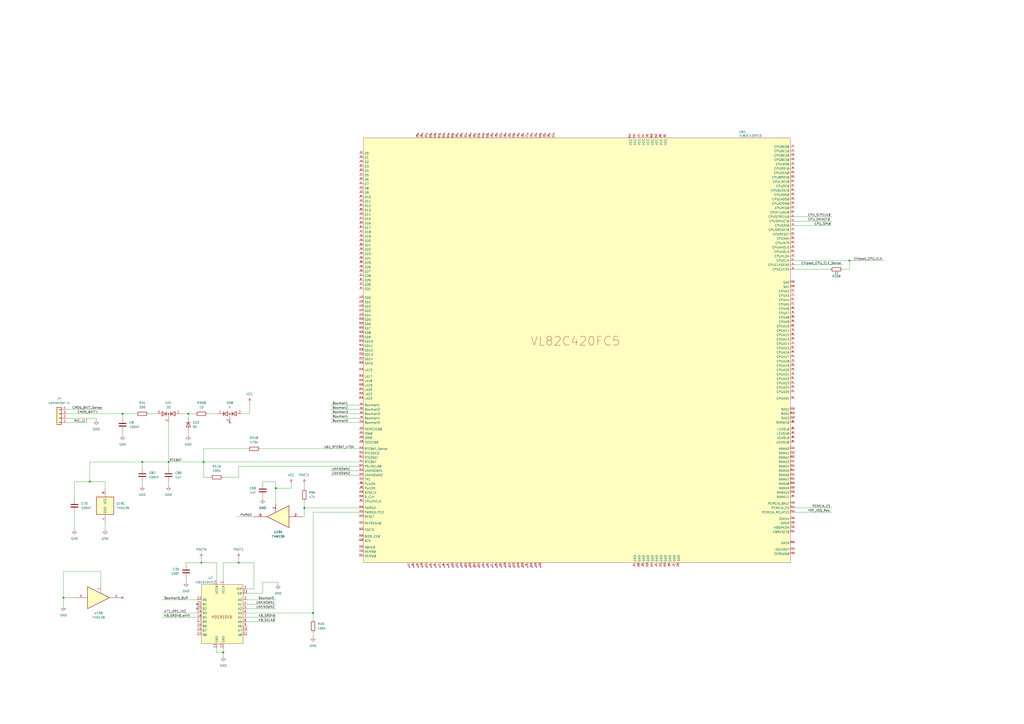
<source format=kicad_sch>
(kicad_sch (version 20250114) (generator "eeschema") (generator_version "9.0")
  (paper "A2")
  (title_block (title "PC110"))
  (lib_symbols
    (symbol "74xGxx:74AUC2G126"
      (property "Reference" "U" (at -2.54 3.81 0))
      (property "Value" "74AUC2G126" (at 0 -3.81 0))
      (symbol "74AUC2G126_1_1"
        (polyline (pts (xy -7.62 6.35) (xy -7.62 -6.35) (xy 5.08 0) (xy -7.62 6.35)) (stroke (width 0.254)) (fill (type background)))
        (pin input line (at -15.24 0 0) (length 7.62) (name "~") (number "2"))
        (pin input line (at 0 7.62 270) (length 5.08) (name "~") (number "1"))
        (pin tri_state line (at 12.7 0 180) (length 7.62) (name "~") (number "6"))
      )
      (symbol "74AUC2G126_2_1"
        (polyline (pts (xy -7.62 6.35) (xy -7.62 -6.35) (xy 5.08 0) (xy -7.62 6.35)) (stroke (width 0.254)) (fill (type background)))
        (pin input line (at -15.24 0 0) (length 7.62) (name "~") (number "5"))
        (pin input line (at 0 7.62 270) (length 5.08) (name "~") (number "7"))
        (pin tri_state line (at 12.7 0 180) (length 7.62) (name "~") (number "3"))
      )
      (symbol "74AUC2G126_3_0"
        (rectangle (start -5.08 -5.08) (end 5.08 5.08) (stroke (width 0.254)) (fill (type background)))
      )
      (symbol "74AUC2G126_3_1"
        (pin power_in line (at 0 10.16 270) (length 5.08) (name "VCC") (number "8"))
        (pin power_in line (at 0 -10.16 90) (length 5.08) (name "GND") (number "4"))
      )
    )
    (symbol "Connector_Generic:Conn_01x04" (pin_names (offset 1.016) (hide yes))
      (property "Reference" "J" (at 0 5.08 0))
      (property "Value" "Conn_01x04" (at 0 -7.62 0))
      (symbol "Conn_01x04_1_1"
        (rectangle (start -1.27 3.81) (end 1.27 -6.35) (stroke (width 0.254)) (fill (type background)))
        (rectangle (start -1.27 2.667) (end 0 2.413) (stroke (width 0.1524)))
        (rectangle (start -1.27 0.127) (end 0 -0.127) (stroke (width 0.1524)))
        (rectangle (start -1.27 -2.413) (end 0 -2.667) (stroke (width 0.1524)))
        (rectangle (start -1.27 -4.953) (end 0 -5.207) (stroke (width 0.1524)))
        (pin passive line (at -5.08 2.54 0) (length 3.81) (name "Pin_1") (number "1"))
        (pin passive line (at -5.08 0 0) (length 3.81) (name "Pin_2") (number "2"))
        (pin passive line (at -5.08 -2.54 0) (length 3.81) (name "Pin_3") (number "3"))
        (pin passive line (at -5.08 -5.08 0) (length 3.81) (name "Pin_4") (number "4"))
      )
    )
    (symbol "Device:C" (pin_numbers (hide yes)) (pin_names (offset 0.254))
      (property "Reference" "C" (at 0.635 2.54 0))
      (property "Value" "C" (at 0.635 -2.54 0))
      (symbol "C_0_1"
        (polyline (pts (xy -2.032 0.762) (xy 2.032 0.762)) (stroke (width 0.508)))
        (polyline (pts (xy -2.032 -0.762) (xy 2.032 -0.762)) (stroke (width 0.508)))
      )
      (symbol "C_1_1"
        (pin passive line (at 0 3.81 270) (length 2.794) (name "~") (number "1"))
        (pin passive line (at 0 -3.81 90) (length 2.794) (name "~") (number "2"))
      )
    )
    (symbol "Device:D" (pin_numbers (hide yes)) (pin_names (offset 1.016) (hide yes))
      (property "Reference" "D" (at 0 2.54 0))
      (property "Value" "D" (at 0 -2.54 0))
      (symbol "D_0_1"
        (polyline (pts (xy -1.27 1.27) (xy -1.27 -1.27)) (stroke (width 0.254)))
        (polyline (pts (xy 1.27 1.27) (xy 1.27 -1.27) (xy -1.27 0) (xy 1.27 1.27)) (stroke (width 0.254)))
        (polyline (pts (xy 1.27 0) (xy -1.27 0)))
      )
      (symbol "D_1_1"
        (pin passive line (at -3.81 0 0) (length 2.54) (name "K") (number "1"))
        (pin passive line (at 3.81 0 180) (length 2.54) (name "A") (number "2"))
      )
    )
    (symbol "Device:D_Dual_CommonCathode_AKA" (pin_names (offset 0.762) (hide yes))
      (property "Reference" "D" (at 1.27 -2.54 0))
      (property "Value" "D_Dual_CommonCathode_AKA" (at 0 2.54 0))
      (symbol "D_Dual_CommonCathode_AKA_0_1"
        (polyline (pts (xy -3.81 1.27) (xy -1.27 0) (xy -3.81 -1.27) (xy -3.81 1.27) (xy -3.81 1.27) (xy -3.81 1.27)) (stroke (width 0.254)))
        (polyline (pts (xy -1.27 -1.27) (xy -1.27 1.27) (xy -1.27 1.27)) (stroke (width 0.254)))
        (polyline (pts (xy 0 0) (xy 0 -2.54)))
        (circle (center 0 0) (radius 0.254) (fill (type outline)))
        (polyline (pts (xy 1.27 -1.27) (xy 1.27 1.27) (xy 1.27 1.27)) (stroke (width 0.254)))
        (polyline (pts (xy 3.81 0) (xy -3.81 0)))
        (polyline (pts (xy 3.81 -1.27) (xy 1.27 0) (xy 3.81 1.27) (xy 3.81 -1.27) (xy 3.81 -1.27) (xy 3.81 -1.27)) (stroke (width 0.254)))
        (pin passive line (at -7.62 0 0) (length 3.81) (name "A") (number "1"))
        (pin passive line (at 0 -5.08 90) (length 2.54) (name "K") (number "2"))
        (pin passive line (at 7.62 0 180) (length 3.81) (name "A") (number "3"))
      )
    )
    (symbol "Device:D_Dual_Series_KAC" (pin_names (offset 0.762) (hide yes))
      (property "Reference" "D" (at 1.27 -2.54 0))
      (property "Value" "D_Dual_Series_KAC" (at 0 2.54 0))
      (symbol "D_Dual_Series_KAC_0_1"
        (polyline (pts (xy -3.81 1.27) (xy -1.27 0) (xy -3.81 -1.27) (xy -3.81 1.27) (xy -3.81 1.27) (xy -3.81 1.27)) (stroke (width 0.254)))
        (polyline (pts (xy -1.27 -1.27) (xy -1.27 1.27) (xy -1.27 1.27)) (stroke (width 0.254)))
        (polyline (pts (xy 0 0) (xy 0 -2.54)))
        (circle (center 0 0) (radius 0.254) (fill (type outline)))
        (polyline (pts (xy 1.27 1.27) (xy 3.81 0) (xy 1.27 -1.27) (xy 1.27 1.27) (xy 1.27 1.27) (xy 1.27 1.27)) (stroke (width 0.254)))
        (polyline (pts (xy 3.81 1.27) (xy 3.81 -1.27) (xy 3.81 -1.27)) (stroke (width 0.254)))
        (polyline (pts (xy 3.81 0) (xy -3.81 0)))
        (pin passive line (at -7.62 0 0) (length 3.81) (name "A") (number "2"))
        (pin passive line (at 0 -5.08 90) (length 2.54) (name "common") (number "3"))
        (pin passive line (at 7.62 0 180) (length 3.81) (name "K") (number "1"))
      )
    )
    (symbol "Device:R" (pin_numbers (hide yes)) (pin_names (offset 0))
      (property "Reference" "R" (at 2.032 0 90))
      (property "Value" "R" (at 0 0 90))
      (symbol "R_0_1"
        (rectangle (start -1.016 -2.54) (end 1.016 2.54) (stroke (width 0.254)))
      )
      (symbol "R_1_1"
        (pin passive line (at 0 3.81 270) (length 1.27) (name "~") (number "1"))
        (pin passive line (at 0 -3.81 90) (length 1.27) (name "~") (number "2"))
      )
    )
    (symbol "PC110:HD151015"
      (property "Reference" "U" (at 6.604 20.32 0))
      (symbol "HD151015_1_1"
        (rectangle (start -12.7 19.05) (end 11.43 -15.24) (fill (type color) (color 255 255 194 1)))
        (text "HD151015" (at -0.508 0.254 0) (effects (font (size 1.524 1.524))))
        (pin input line (at -15.24 16.51 0) (length 2.54) (name "DIR") (number "2"))
        (pin input line (at -15.24 13.97 0) (length 2.54) (name "G#") (number "23"))
        (pin bidirectional line (at -15.24 10.16 0) (length 2.54) (name "A0") (number "3"))
        (pin bidirectional line (at -15.24 7.62 0) (length 2.54) (name "A1") (number "4"))
        (pin bidirectional line (at -15.24 5.08 0) (length 2.54) (name "A2") (number "5"))
        (pin bidirectional line (at -15.24 2.54 0) (length 2.54) (name "A3") (number "6"))
        (pin bidirectional line (at -15.24 0 0) (length 2.54) (name "A4") (number "7"))
        (pin bidirectional line (at -15.24 -2.54 0) (length 2.54) (name "A5") (number "8"))
        (pin bidirectional line (at -15.24 -5.08 0) (length 2.54) (name "A6") (number "9"))
        (pin bidirectional line (at -15.24 -7.62 0) (length 2.54) (name "A7") (number "10"))
        (pin bidirectional line (at -15.24 -10.16 0) (length 2.54) (name "A8") (number "11"))
        (pin power_in line (at -1.27 21.59 270) (length 2.54) (name "VCCA") (number "1"))
        (pin power_in line (at -1.27 -17.78 90) (length 2.54) (name "GND") (number "12"))
        (pin power_in line (at 2.54 21.59 270) (length 2.54) (name "VCCB") (number "24"))
        (pin power_in line (at 2.54 -17.78 90) (length 2.54) (name "GND") (number "13"))
        (pin bidirectional line (at 13.97 10.16 180) (length 2.54) (name "B0") (number "22"))
        (pin bidirectional line (at 13.97 7.62 180) (length 2.54) (name "B1") (number "21"))
        (pin bidirectional line (at 13.97 5.08 180) (length 2.54) (name "B2") (number "20"))
        (pin bidirectional line (at 13.97 2.54 180) (length 2.54) (name "B3") (number "19"))
        (pin bidirectional line (at 13.97 0 180) (length 2.54) (name "B4") (number "18"))
        (pin bidirectional line (at 13.97 -2.54 180) (length 2.54) (name "B5") (number "17"))
        (pin bidirectional line (at 13.97 -5.08 180) (length 2.54) (name "B6") (number "16"))
        (pin bidirectional line (at 13.97 -7.62 180) (length 2.54) (name "B7") (number "15"))
        (pin bidirectional line (at 13.97 -10.16 180) (length 2.54) (name "B8") (number "14"))
      )
    )
    (symbol "PC110:VL82C420"
      (property "Reference" "U" (at 121.158 -170.18 0))
      (symbol "VL82C420_1_1"
        (rectangle (start -128.27 116.84) (end 119.38 -129.54) (fill (type color) (color 255 255 194 1)))
        (text "VL82C420FC5" (at -5.334 -1.016 0) (effects (font (size 5.08 5.08))))
        (pin bidirectional line (at -130.81 107.95 0) (length 2.54) (name "D0") (number "E2"))
        (pin bidirectional line (at -130.81 105.41 0) (length 2.54) (name "D1") (number "E5"))
        (pin bidirectional line (at -130.81 102.87 0) (length 2.54) (name "D2") (number "E3"))
        (pin bidirectional line (at -130.81 100.33 0) (length 2.54) (name "D3") (number "D1"))
        (pin bidirectional line (at -130.81 97.79 0) (length 2.54) (name "D4") (number "D2"))
        (pin bidirectional line (at -130.81 95.25 0) (length 2.54) (name "D5") (number "E4"))
        (pin bidirectional line (at -130.81 92.71 0) (length 2.54) (name "D6") (number "D3"))
        (pin bidirectional line (at -130.81 90.17 0) (length 2.54) (name "D7") (number "C1"))
        (pin bidirectional line (at -130.81 87.63 0) (length 2.54) (name "D8") (number "C2"))
        (pin bidirectional line (at -130.81 85.09 0) (length 2.54) (name "D9") (number "C3"))
        (pin bidirectional line (at -130.81 82.55 0) (length 2.54) (name "D10") (number "B1"))
        (pin bidirectional line (at -130.81 80.01 0) (length 2.54) (name "D11") (number "A2"))
        (pin bidirectional line (at -130.81 77.47 0) (length 2.54) (name "D12") (number "D4"))
        (pin bidirectional line (at -130.81 74.93 0) (length 2.54) (name "D13") (number "B3"))
        (pin bidirectional line (at -130.81 72.39 0) (length 2.54) (name "D14") (number "A3"))
        (pin bidirectional line (at -130.81 69.85 0) (length 2.54) (name "D15") (number "C4"))
        (pin bidirectional line (at -130.81 67.31 0) (length 2.54) (name "D16") (number "D5"))
        (pin bidirectional line (at -130.81 64.77 0) (length 2.54) (name "D17") (number "B4"))
        (pin bidirectional line (at -130.81 62.23 0) (length 2.54) (name "D18") (number "A4"))
        (pin bidirectional line (at -130.81 59.69 0) (length 2.54) (name "D19") (number "C5"))
        (pin bidirectional line (at -130.81 57.15 0) (length 2.54) (name "D20") (number "F6"))
        (pin bidirectional line (at -130.81 54.61 0) (length 2.54) (name "D21") (number "B5"))
        (pin bidirectional line (at -130.81 52.07 0) (length 2.54) (name "D22") (number "A5"))
        (pin bidirectional line (at -130.81 49.53 0) (length 2.54) (name "D23") (number "E6"))
        (pin bidirectional line (at -130.81 46.99 0) (length 2.54) (name "D24") (number "C6"))
        (pin bidirectional line (at -130.81 44.45 0) (length 2.54) (name "D25") (number "B6"))
        (pin bidirectional line (at -130.81 41.91 0) (length 2.54) (name "D26") (number "A6"))
        (pin bidirectional line (at -130.81 39.37 0) (length 2.54) (name "D27") (number "D6"))
        (pin bidirectional line (at -130.81 36.83 0) (length 2.54) (name "D28") (number "C7"))
        (pin bidirectional line (at -130.81 34.29 0) (length 2.54) (name "D29") (number "B7"))
        (pin bidirectional line (at -130.81 31.75 0) (length 2.54) (name "D30") (number "A7"))
        (pin bidirectional line (at -130.81 29.21 0) (length 2.54) (name "D31") (number "D7"))
        (pin bidirectional line (at -130.81 24.13 0) (length 2.54) (name "SD0") (number "L13"))
        (pin bidirectional line (at -130.81 21.59 0) (length 2.54) (name "SD1") (number "L16"))
        (pin bidirectional line (at -130.81 19.05 0) (length 2.54) (name "SD2") (number "L15"))
        (pin bidirectional line (at -130.81 16.51 0) (length 2.54) (name "SD3") (number "L14"))
        (pin bidirectional line (at -130.81 13.97 0) (length 2.54) (name "SD4") (number "L12"))
        (pin bidirectional line (at -130.81 11.43 0) (length 2.54) (name "SD5") (number "M16"))
        (pin bidirectional line (at -130.81 8.89 0) (length 2.54) (name "SD6") (number "M15"))
        (pin bidirectional line (at -130.81 6.35 0) (length 2.54) (name "SD7") (number "M12"))
        (pin bidirectional line (at -130.81 3.81 0) (length 2.54) (name "SD8") (number "N16"))
        (pin bidirectional line (at -130.81 1.27 0) (length 2.54) (name "SD9") (number "N15"))
        (pin bidirectional line (at -130.81 -1.27 0) (length 2.54) (name "SD10") (number "M13"))
        (pin bidirectional line (at -130.81 -3.81 0) (length 2.54) (name "SD11") (number "N14"))
        (pin bidirectional line (at -130.81 -6.35 0) (length 2.54) (name "SD12") (number "P16"))
        (pin bidirectional line (at -130.81 -8.89 0) (length 2.54) (name "SD13") (number "P15"))
        (pin bidirectional line (at -130.81 -11.43 0) (length 2.54) (name "SD14") (number "P14"))
        (pin bidirectional line (at -130.81 -13.97 0) (length 2.54) (name "SD15") (number "R16"))
        (pin bidirectional line (at -130.81 -17.78 0) (length 2.54) (name "LA13") (number "E13"))
        (pin bidirectional line (at -130.81 -21.59 0) (length 2.54) (name "LA17") (number "D13"))
        (pin bidirectional line (at -130.81 -24.13 0) (length 2.54) (name "LA18") (number "C15"))
        (pin bidirectional line (at -130.81 -26.67 0) (length 2.54) (name "LA19") (number "C16"))
        (pin bidirectional line (at -130.81 -29.21 0) (length 2.54) (name "LA20") (number "D14"))
        (pin bidirectional line (at -130.81 -31.75 0) (length 2.54) (name "LA22") (number "D15"))
        (pin bidirectional line (at -130.81 -34.29 0) (length 2.54) (name "LA23") (number "D16"))
        (pin bidirectional line (at -130.81 -38.1 0) (length 2.54) (name "Bowman1") (number "N9"))
        (pin bidirectional line (at -130.81 -40.64 0) (length 2.54) (name "Bowman2") (number "P9"))
        (pin bidirectional line (at -130.81 -43.18 0) (length 2.54) (name "Bowman3") (number "R9"))
        (pin bidirectional line (at -130.81 -45.72 0) (length 2.54) (name "Bowman4") (number "T9"))
        (pin bidirectional line (at -130.81 -48.26 0) (length 2.54) (name "Bowman5") (number "T13"))
        (pin output line (at -130.81 -52.07 0) (length 2.54) (name "MEMCS16#") (number "J13"))
        (pin output line (at -130.81 -54.61 0) (length 2.54) (name "IOW#") (number "J14"))
        (pin output line (at -130.81 -57.15 0) (length 2.54) (name "IOR#") (number "J15"))
        (pin output line (at -130.81 -59.69 0) (length 2.54) (name "IOCS16#") (number "J16"))
        (pin bidirectional line (at -130.81 -63.5 0) (length 2.54) (name "RTCBAT_Sense") (number "P10"))
        (pin bidirectional line (at -130.81 -66.04 0) (length 2.54) (name "RTCOSCO") (number "P11"))
        (pin bidirectional line (at -130.81 -68.58 0) (length 2.54) (name "RTCOSCI") (number "R11"))
        (pin input line (at -130.81 -71.12 0) (length 2.54) (name "RTCBAT") (number "T11"))
        (pin bidirectional line (at -130.81 -73.66 0) (length 2.54) (name "PS/RCLR#") (number "M11"))
        (pin bidirectional line (at -130.81 -76.2 0) (length 2.54) (name "UNKNOWN1") (number "R13"))
        (pin bidirectional line (at -130.81 -78.74 0) (length 2.54) (name "UNKNOWN2") (number "N12"))
        (pin bidirectional line (at -130.81 -81.28 0) (length 2.54) (name "TP1") (number "T14"))
        (pin bidirectional line (at -130.81 -83.82 0) (length 2.54) (name "PullDN") (number "R8"))
        (pin bidirectional line (at -130.81 -86.36 0) (length 2.54) (name "PullDN") (number "N8"))
        (pin bidirectional line (at -130.81 -88.9 0) (length 2.54) (name "SYSCLK") (number "H16"))
        (pin bidirectional line (at -130.81 -91.44 0) (length 2.54) (name "R_CLK") (number "R15"))
        (pin bidirectional line (at -130.81 -93.98 0) (length 2.54) (name "CPU2XCLK") (number "R2"))
        (pin output line (at -130.81 -97.79 0) (length 2.54) (name "PWRGD") (number "R10"))
        (pin output line (at -130.81 -100.33 0) (length 2.54) (name "PWRGD_P13") (number "P13"))
        (pin bidirectional line (at -130.81 -102.87 0) (length 2.54) (name "RESET") (number "N13"))
        (pin bidirectional line (at -130.81 -106.68 0) (length 2.54) (name "REFRESH#") (number "E14"))
        (pin bidirectional line (at -130.81 -110.49 0) (length 2.54) (name "FDCTC") (number "G13"))
        (pin output line (at -130.81 -114.3 0) (length 2.54) (name "BIOS_CE#") (number "G15"))
        (pin output line (at -130.81 -116.84 0) (length 2.54) (name "AEN") (number "G16"))
        (pin bidirectional line (at -130.81 -120.65 0) (length 2.54) (name "SBHE#") (number "F12"))
        (pin bidirectional line (at -130.81 -123.19 0) (length 2.54) (name "MEMR#") (number "F13"))
        (pin bidirectional line (at -130.81 -125.73 0) (length 2.54) (name "MEMW#") (number "G14"))
        (pin no_connect line (at -101.6 -132.08 90) (length 2.54) (name "") (number "L7"))
        (pin no_connect line (at -99.06 -132.08 90) (length 2.54) (name "") (number "L8"))
        (pin no_connect line (at -96.52 119.38 270) (length 2.54) (name "") (number "M9"))
        (pin no_connect line (at -96.52 -132.08 90) (length 2.54) (name "") (number "L9"))
        (pin no_connect line (at -93.98 119.38 270) (length 2.54) (name "") (number "M8"))
        (pin no_connect line (at -93.98 -132.08 90) (length 2.54) (name "") (number "L10"))
        (pin no_connect line (at -91.44 119.38 270) (length 2.54) (name "") (number "M7"))
        (pin no_connect line (at -91.44 -132.08 90) (length 2.54) (name "") (number "L11"))
        (pin no_connect line (at -88.9 119.38 270) (length 2.54) (name "") (number "N10"))
        (pin no_connect line (at -88.9 -132.08 90) (length 2.54) (name "") (number "J5"))
        (pin no_connect line (at -86.36 119.38 270) (length 2.54) (name "") (number "K16"))
        (pin no_connect line (at -86.36 -132.08 90) (length 2.54) (name "") (number "J6"))
        (pin no_connect line (at -83.82 119.38 270) (length 2.54) (name "") (number "D12"))
        (pin no_connect line (at -83.82 -132.08 90) (length 2.54) (name "") (number "J7"))
        (pin no_connect line (at -81.28 119.38 270) (length 2.54) (name "") (number "G12"))
        (pin no_connect line (at -81.28 -132.08 90) (length 2.54) (name "") (number "J8"))
        (pin no_connect line (at -78.74 119.38 270) (length 2.54) (name "") (number "G11"))
        (pin no_connect line (at -78.74 -132.08 90) (length 2.54) (name "") (number "J9"))
        (pin no_connect line (at -76.2 119.38 270) (length 2.54) (name "") (number "G10"))
        (pin no_connect line (at -76.2 -132.08 90) (length 2.54) (name "") (number "J10"))
        (pin no_connect line (at -73.66 119.38 270) (length 2.54) (name "") (number "G9"))
        (pin no_connect line (at -73.66 -132.08 90) (length 2.54) (name "") (number "J11"))
        (pin no_connect line (at -71.12 119.38 270) (length 2.54) (name "") (number "G8"))
        (pin no_connect line (at -71.12 -132.08 90) (length 2.54) (name "") (number "J12"))
        (pin no_connect line (at -68.58 119.38 270) (length 2.54) (name "") (number "G7"))
        (pin no_connect line (at -68.58 -132.08 90) (length 2.54) (name "") (number "A14"))
        (pin no_connect line (at -66.04 119.38 270) (length 2.54) (name "") (number "G6"))
        (pin no_connect line (at -66.04 -132.08 90) (length 2.54) (name "") (number "A15"))
        (pin no_connect line (at -63.5 119.38 270) (length 2.54) (name "") (number "G5"))
        (pin no_connect line (at -63.5 -132.08 90) (length 2.54) (name "") (number "B14"))
        (pin no_connect line (at -60.96 119.38 270) (length 2.54) (name "") (number "H12"))
        (pin no_connect line (at -60.96 -132.08 90) (length 2.54) (name "") (number "C14"))
        (pin no_connect line (at -58.42 119.38 270) (length 2.54) (name "") (number "H11"))
        (pin no_connect line (at -58.42 -132.08 90) (length 2.54) (name "") (number "K5"))
        (pin no_connect line (at -55.88 119.38 270) (length 2.54) (name "") (number "H10"))
        (pin no_connect line (at -55.88 -132.08 90) (length 2.54) (name "") (number "K6"))
        (pin no_connect line (at -53.34 119.38 270) (length 2.54) (name "") (number "H9"))
        (pin no_connect line (at -53.34 -132.08 90) (length 2.54) (name "") (number "K7"))
        (pin no_connect line (at -50.8 119.38 270) (length 2.54) (name "") (number "H8"))
        (pin no_connect line (at -50.8 -132.08 90) (length 2.54) (name "") (number "K8"))
        (pin no_connect line (at -48.26 119.38 270) (length 2.54) (name "") (number "H7"))
        (pin no_connect line (at -48.26 -132.08 90) (length 2.54) (name "") (number "K9"))
        (pin no_connect line (at -45.72 119.38 270) (length 2.54) (name "") (number "H6"))
        (pin no_connect line (at -45.72 -132.08 90) (length 2.54) (name "") (number "K10"))
        (pin no_connect line (at -43.18 119.38 270) (length 2.54) (name "") (number "H5"))
        (pin no_connect line (at -43.18 -132.08 90) (length 2.54) (name "") (number "K11"))
        (pin no_connect line (at -40.64 119.38 270) (length 2.54) (name "") (number "F10"))
        (pin no_connect line (at -40.64 -132.08 90) (length 2.54) (name "") (number "K12"))
        (pin no_connect line (at -38.1 119.38 270) (length 2.54) (name "") (number "F9"))
        (pin no_connect line (at -38.1 -132.08 90) (length 2.54) (name "") (number "K13"))
        (pin no_connect line (at -35.56 119.38 270) (length 2.54) (name "") (number "F8"))
        (pin no_connect line (at -35.56 -132.08 90) (length 2.54) (name "") (number "M10"))
        (pin no_connect line (at -33.02 119.38 270) (length 2.54) (name "") (number "F7"))
        (pin no_connect line (at -33.02 -132.08 90) (length 2.54) (name "") (number "T8"))
        (pin no_connect line (at -30.48 119.38 270) (length 2.54) (name "") (number "F5"))
        (pin no_connect line (at -30.48 -132.08 90) (length 2.54) (name "") (number "R12"))
        (pin no_connect line (at -27.94 119.38 270) (length 2.54) (name "") (number "F3"))
        (pin no_connect line (at -27.94 -132.08 90) (length 2.54) (name "") (number "F15"))
        (pin no_connect line (at -25.4 -132.08 90) (length 2.54) (name "") (number "F16"))
        (pin no_connect line (at -25.2712 119.3819 270) (length 2.54) (name "") (number "E10"))
        (pin no_connect line (at -22.86 119.38 270) (length 2.54) (name "") (number "E9"))
        (pin no_connect line (at -20.32 119.38 270) (length 2.54) (name "") (number "E8"))
        (pin no_connect line (at -17.78 119.38 270) (length 2.54) (name "") (number "E7"))
        (pin power_in line (at 26.67 119.38 270) (length 2.54) (name "VCC") (number "M14"))
        (pin power_in line (at 29.21 119.38 270) (length 2.54) (name "VCC") (number "F14"))
        (pin power_in line (at 29.21 -132.08 90) (length 2.54) (name "GND") (number "A1"))
        (pin power_in line (at 31.75 119.38 270) (length 2.54) (name "VCC") (number "J4"))
        (pin power_in line (at 31.75 -132.08 90) (length 2.54) (name "GND") (number "A16"))
        (pin power_in line (at 34.29 119.38 270) (length 2.54) (name "VCC") (number "K4"))
        (pin power_in line (at 34.29 -132.08 90) (length 2.54) (name "GND") (number "C8"))
        (pin power_in line (at 36.83 119.38 270) (length 2.54) (name "VCC") (number "M5"))
        (pin power_in line (at 36.83 -132.08 90) (length 2.54) (name "GND") (number "C10"))
        (pin power_in line (at 39.37 119.38 270) (length 2.54) (name "VCC") (number "B15"))
        (pin power_in line (at 39.37 -132.08 90) (length 2.54) (name "GND") (number "K14"))
        (pin power_in line (at 41.91 119.38 270) (length 2.54) (name "VCC") (number "A12"))
        (pin power_in line (at 41.91 -132.08 90) (length 2.54) (name "GND") (number "J2"))
        (pin power_in line (at 44.45 119.38 270) (length 2.54) (name "VCC") (number "B9"))
        (pin power_in line (at 44.45 -132.08 90) (length 2.54) (name "GND") (number "F11"))
        (pin power_in line (at 46.99 119.38 270) (length 2.54) (name "VCC") (number "B2"))
        (pin power_in line (at 46.99 -132.08 90) (length 2.54) (name "GND") (number "H13"))
        (pin power_in line (at 49.53 -132.08 90) (length 2.54) (name "GND") (number "P8"))
        (pin power_in line (at 52.07 -132.08 90) (length 2.54) (name "GND") (number "T1"))
        (pin power_in line (at 54.61 -132.08 90) (length 2.54) (name "GND") (number "T16"))
        (pin output line (at 121.92 111.76 180) (length 2.54) (name "CPUBE0#") (number "L1"))
        (pin output line (at 121.92 109.22 180) (length 2.54) (name "CPUBE1#") (number "L4"))
        (pin output line (at 121.92 106.68 180) (length 2.54) (name "CPUBE2#") (number "K3"))
        (pin output line (at 121.92 104.14 180) (length 2.54) (name "CPUBE3#") (number "K2"))
        (pin output line (at 121.92 101.6 180) (length 2.54) (name "CPUWR#") (number "L2"))
        (pin output line (at 121.92 99.06 180) (length 2.54) (name "CPURDY#") (number "L6"))
        (pin output line (at 121.92 96.52 180) (length 2.54) (name "CPUKEN#") (number "M2"))
        (pin output line (at 121.92 93.98 180) (length 2.54) (name "CPUBRDY#") (number "M3"))
        (pin output line (at 121.92 91.44 180) (length 2.54) (name "CPULDEV#") (number "M4"))
        (pin output line (at 121.92 88.9 180) (length 2.54) (name "CPUDC#") (number "H1"))
        (pin output line (at 121.92 86.36 180) (length 2.54) (name "CPUBLAST#") (number "N1"))
        (pin output line (at 121.92 83.82 180) (length 2.54) (name "CPUADS#") (number "N2"))
        (pin output line (at 121.92 81.28 180) (length 2.54) (name "CPUEADS#") (number "H2"))
        (pin output line (at 121.92 78.74 180) (length 2.54) (name "CPUA20M#") (number "H3"))
        (pin output line (at 121.92 76.2 180) (length 2.54) (name "CPUMIO#") (number "H4"))
        (pin output line (at 121.92 73.66 180) (length 2.54) (name "CPUFLUSH#") (number "G1"))
        (pin output line (at 121.92 71.12 180) (length 2.54) (name "CPUSTPCLK#") (number "E1"))
        (pin output line (at 121.92 68.58 180) (length 2.54) (name "CPUSMIACT#") (number "F1"))
        (pin output line (at 121.92 66.04 180) (length 2.54) (name "CPUSMI#") (number "F2"))
        (pin output line (at 121.92 63.5 180) (length 2.54) (name "CPUSRESET#") (number "F4"))
        (pin output line (at 121.92 60.96 180) (length 2.54) (name "CPURESET") (number "G4"))
        (pin output line (at 121.92 58.42 180) (length 2.54) (name "CPUNMI") (number "G3"))
        (pin output line (at 121.92 55.88 180) (length 2.54) (name "CPUINTR") (number "G2"))
        (pin output line (at 121.92 53.34 180) (length 2.54) (name "CPUAHOLD") (number "L5"))
        (pin output line (at 121.92 50.8 180) (length 2.54) (name "CPUHOLD") (number "M1"))
        (pin output line (at 121.92 48.26 180) (length 2.54) (name "CPUHLDA") (number "L3"))
        (pin output line (at 121.92 45.72 180) (length 2.54) (name "CPUCLK") (number "K1"))
        (pin output line (at 121.92 43.18 180) (length 2.54) (name "CPUCLKSENS") (number "J1"))
        (pin output line (at 121.92 40.64 180) (length 2.54) (name "CPUCLK33") (number "J3"))
        (pin bidirectional line (at 121.92 33.02 180) (length 2.54) (name "SA0") (number "E15"))
        (pin bidirectional line (at 121.92 30.48 180) (length 2.54) (name "SA1") (number "E16"))
        (pin bidirectional line (at 121.92 27.94 180) (length 2.54) (name "CPUA2") (number "N7"))
        (pin bidirectional line (at 121.92 25.4 180) (length 2.54) (name "CPUA3") (number "T7"))
        (pin bidirectional line (at 121.92 22.86 180) (length 2.54) (name "CPUA4") (number "R7"))
        (pin bidirectional line (at 121.92 20.32 180) (length 2.54) (name "CPUA5") (number "P7"))
        (pin bidirectional line (at 121.92 17.78 180) (length 2.54) (name "CPUA6") (number "N6"))
        (pin bidirectional line (at 121.92 15.24 180) (length 2.54) (name "CPUA7") (number "T6"))
        (pin bidirectional line (at 121.92 12.7 180) (length 2.54) (name "CPUA8") (number "R6"))
        (pin bidirectional line (at 121.92 10.16 180) (length 2.54) (name "CPUA9") (number "P6"))
        (pin bidirectional line (at 121.92 7.62 180) (length 2.54) (name "CPUA10") (number "M6"))
        (pin bidirectional line (at 121.92 5.08 180) (length 2.54) (name "CPUA11") (number "T5"))
        (pin bidirectional line (at 121.92 2.54 180) (length 2.54) (name "CPUA12") (number "R5"))
        (pin bidirectional line (at 121.92 0 180) (length 2.54) (name "CPUA13") (number "P5"))
        (pin bidirectional line (at 121.92 -2.54 180) (length 2.54) (name "CPUA14") (number "T4"))
        (pin bidirectional line (at 121.92 -5.08 180) (length 2.54) (name "CPUA15") (number "R4"))
        (pin bidirectional line (at 121.92 -7.62 180) (length 2.54) (name "CPUA16") (number "N5"))
        (pin bidirectional line (at 121.92 -10.16 180) (length 2.54) (name "CPUA17") (number "P4"))
        (pin bidirectional line (at 121.92 -12.7 180) (length 2.54) (name "CPUA18") (number "T3"))
        (pin bidirectional line (at 121.92 -15.24 180) (length 2.54) (name "CPUA19") (number "R3"))
        (pin bidirectional line (at 121.92 -17.78 180) (length 2.54) (name "CPUA20") (number "P3"))
        (pin bidirectional line (at 121.92 -20.32 180) (length 2.54) (name "CPUA21") (number "T2"))
        (pin bidirectional line (at 121.92 -22.86 180) (length 2.54) (name "CPUA22") (number "R1"))
        (pin bidirectional line (at 121.92 -25.4 180) (length 2.54) (name "CPUA23") (number "N4"))
        (pin bidirectional line (at 121.92 -27.94 180) (length 2.54) (name "CPUA24") (number "P2"))
        (pin bidirectional line (at 121.92 -30.48 180) (length 2.54) (name "CPUA25") (number "P1"))
        (pin bidirectional line (at 121.92 -34.29 180) (length 2.54) (name "CPUA31") (number "N3"))
        (pin output line (at 121.92 -40.64 180) (length 2.54) (name "RAS1") (number "C13"))
        (pin output line (at 121.92 -43.18 180) (length 2.54) (name "RAS2") (number "B13"))
        (pin output line (at 121.92 -45.72 180) (length 2.54) (name "RAS3") (number "A13"))
        (pin output line (at 121.92 -48.26 180) (length 2.54) (name "RAMWE#") (number "B8"))
        (pin output line (at 121.92 -52.07 180) (length 2.54) (name "LCASL#") (number "D8"))
        (pin output line (at 121.92 -54.61 180) (length 2.54) (name "LCASU#") (number "A9"))
        (pin output line (at 121.92 -57.15 180) (length 2.54) (name "UCASL#") (number "A8"))
        (pin output line (at 121.92 -59.69 180) (length 2.54) (name "UCASU#") (number "D9"))
        (pin bidirectional line (at 121.92 -63.5 180) (length 2.54) (name "RAMA0") (number "C12"))
        (pin bidirectional line (at 121.92 -66.04 180) (length 2.54) (name "RAMA1") (number "E12"))
        (pin bidirectional line (at 121.92 -68.58 180) (length 2.54) (name "RAMA2") (number "B12"))
        (pin bidirectional line (at 121.92 -71.12 180) (length 2.54) (name "RAMA3") (number "E11"))
        (pin bidirectional line (at 121.92 -73.66 180) (length 2.54) (name "RAMA4") (number "C11"))
        (pin bidirectional line (at 121.92 -76.2 180) (length 2.54) (name "RAMA5") (number "B11"))
        (pin bidirectional line (at 121.92 -78.74 180) (length 2.54) (name "RAMA6") (number "A11"))
        (pin bidirectional line (at 121.92 -81.28 180) (length 2.54) (name "RAMA7") (number "D11"))
        (pin bidirectional line (at 121.92 -83.82 180) (length 2.54) (name "RAMA8") (number "B10"))
        (pin bidirectional line (at 121.92 -86.36 180) (length 2.54) (name "RAMA9") (number "A10"))
        (pin bidirectional line (at 121.92 -88.9 180) (length 2.54) (name "RAMA10") (number "D10"))
        (pin bidirectional line (at 121.92 -91.44 180) (length 2.54) (name "RAMA11") (number "C9"))
        (pin output line (at 121.92 -95.25 180) (length 2.54) (name "PCMCIA_BALE") (number "K15"))
        (pin bidirectional line (at 121.92 -97.79 180) (length 2.54) (name "PCMCIA_CS") (number "R14"))
        (pin bidirectional line (at 121.92 -100.33 180) (length 2.54) (name "PCMCIA_RELATED") (number "P12"))
        (pin output line (at 121.92 -104.14 180) (length 2.54) (name "32KHz") (number "T10"))
        (pin output line (at 121.92 -106.68 180) (length 2.54) (name "SPKR") (number "T15"))
        (pin output line (at 121.92 -109.22 180) (length 2.54) (name "KBSPKDN") (number "T12"))
        (pin bidirectional line (at 121.92 -111.76 180) (length 2.54) (name "KBRESET#") (number "N11"))
        (pin bidirectional line (at 121.92 -118.11 180) (length 2.54) (name "SA16") (number "B16"))
        (pin bidirectional line (at 121.92 -121.92 180) (length 2.54) (name "IOCHRDY") (number "H14"))
        (pin bidirectional line (at 121.92 -124.46 180) (length 2.54) (name "ZEROWS#") (number "H15"))
      )
    )
    (symbol "power:GND" (power) (pin_numbers (hide yes)) (pin_names (offset 0) (hide yes))
      (property "Value" "GND" (at 0 -3.81 0))
      (symbol "GND_0_1"
        (polyline (pts (xy 0 0) (xy 0 -1.27) (xy 1.27 -1.27) (xy 0 -2.54) (xy -1.27 -1.27) (xy 0 -1.27)))
      )
      (symbol "GND_1_1"
        (pin power_in line (at 0 0 270) (length 0) (name "~") (number "1"))
      )
    )
    (symbol "power:VCC" (power) (pin_numbers (hide yes)) (pin_names (offset 0) (hide yes))
      (property "Value" "VCC" (at 0 3.556 0))
      (symbol "VCC_0_1"
        (polyline (pts (xy -0.762 1.27) (xy 0 2.54)))
        (polyline (pts (xy 0 2.54) (xy 0.762 1.27)))
        (polyline (pts (xy 0 0) (xy 0 2.54)))
      )
      (symbol "VCC_1_1"
        (pin power_in line (at 0 0 90) (length 0) (name "~") (number "1"))
      )
    )
  )
  (junction (at 109.22 240.03))
  (junction (at 160.02 283.21))
  (junction (at 71.12 240.03))
  (junction (at 118.11 267.97))
  (junction (at 129.54 378.46))
  (junction (at 492.76 151.13))
  (junction (at 116.84 326.39))
  (junction (at 97.79 267.97))
  (junction (at 138.43 326.39))
  (junction (at 36.83 346.71))
  (junction (at 176.53 294.64))
  (junction (at 82.55 267.97))
  (junction (at 181.61 355.6))
  (junction (at 52.07 279.4))
  (no_connect (at 114.3 353.06))
  (no_connect (at 114.3 350.52))
  (no_connect (at 71.12 346.71))
  (no_connect (at 133.35 245.11))
  (wire (pts (xy 137.16 299.72) (xy 147.32 299.72)))
  (wire (pts (xy 160.02 353.06) (xy 143.51 353.06)))
  (wire (pts (xy 138.43 326.39) (xy 147.32 326.39)))
  (wire (pts (xy 55.88 242.57) (xy 55.88 243.84)))
  (wire (pts (xy 143.51 358.14) (xy 160.02 358.14)))
  (wire (pts (xy 152.4 344.17) (xy 152.4 337.82)))
  (wire (pts (xy 71.12 250.19) (xy 71.12 252.73)))
  (wire (pts (xy 60.96 283.21) (xy 60.96 279.4)))
  (wire (pts (xy 138.43 270.51) (xy 138.43 276.86)))
  (wire (pts (xy 181.61 355.6) (xy 181.61 297.18)))
  (wire (pts (xy 168.91 283.21) (xy 160.02 283.21)))
  (wire (pts (xy 152.4 279.4) (xy 160.02 279.4)))
  (wire (pts (xy 39.37 237.49) (xy 59.69 237.49)))
  (wire (pts (xy 97.79 267.97) (xy 118.11 267.97)))
  (wire (pts (xy 492.76 151.13) (xy 513.08 151.13)))
  (wire (pts (xy 109.22 240.03) (xy 105.41 240.03)))
  (wire (pts (xy 152.4 288.29) (xy 152.4 289.56)))
  (wire (pts (xy 125.73 378.46) (xy 125.73 375.92)))
  (wire (pts (xy 129.54 375.92) (xy 129.54 378.46)))
  (wire (pts (xy 181.61 367.03) (xy 181.61 369.57)))
  (wire (pts (xy 191.77 245.11) (xy 208.28 245.11)))
  (wire (pts (xy 107.95 335.28) (xy 107.95 337.82)))
  (wire (pts (xy 93.98 347.98) (xy 114.3 347.98)))
  (wire (pts (xy 109.22 240.03) (xy 113.03 240.03)))
  (wire (pts (xy 71.12 240.03) (xy 71.12 242.57)))
  (wire (pts (xy 39.37 240.03) (xy 71.12 240.03)))
  (wire (pts (xy 118.11 260.35) (xy 118.11 267.97)))
  (wire (pts (xy 97.79 267.97) (xy 97.79 271.78)))
  (wire (pts (xy 97.79 279.4) (xy 97.79 281.94)))
  (wire (pts (xy 143.51 360.68) (xy 160.02 360.68)))
  (wire (pts (xy 39.37 242.57) (xy 55.88 242.57)))
  (wire (pts (xy 36.83 346.71) (xy 43.18 346.71)))
  (wire (pts (xy 109.22 242.57) (xy 109.22 240.03)))
  (wire (pts (xy 116.84 323.85) (xy 116.84 326.39)))
  (wire (pts (xy 118.11 276.86) (xy 118.11 267.97)))
  (wire (pts (xy 118.11 267.97) (xy 208.28 267.97)))
  (wire (pts (xy 181.61 297.18) (xy 208.28 297.18)))
  (wire (pts (xy 168.91 280.67) (xy 168.91 283.21)))
  (wire (pts (xy 191.77 273.05) (xy 208.28 273.05)))
  (wire (pts (xy 97.79 245.11) (xy 97.79 267.97)))
  (wire (pts (xy 161.29 337.82) (xy 161.29 339.09)))
  (wire (pts (xy 43.18 297.18) (xy 43.18 307.34)))
  (wire (pts (xy 461.01 297.18) (xy 482.6 297.18)))
  (wire (pts (xy 144.78 240.03) (xy 140.97 240.03)))
  (wire (pts (xy 176.53 294.64) (xy 176.53 299.72)))
  (wire (pts (xy 176.53 294.64) (xy 208.28 294.64)))
  (wire (pts (xy 36.83 331.47) (xy 36.83 346.71)))
  (wire (pts (xy 36.83 346.71) (xy 36.83 351.79)))
  (wire (pts (xy 52.07 279.4) (xy 43.18 279.4)))
  (wire (pts (xy 82.55 267.97) (xy 97.79 267.97)))
  (wire (pts (xy 147.32 341.63) (xy 143.51 341.63)))
  (wire (pts (xy 144.78 233.68) (xy 144.78 240.03)))
  (wire (pts (xy 129.54 378.46) (xy 125.73 378.46)))
  (wire (pts (xy 138.43 323.85) (xy 138.43 326.39)))
  (wire (pts (xy 129.54 378.46) (xy 129.54 381)))
  (wire (pts (xy 176.53 280.67) (xy 176.53 283.21)))
  (wire (pts (xy 138.43 326.39) (xy 129.54 326.39)))
  (wire (pts (xy 125.73 336.55) (xy 125.73 326.39)))
  (wire (pts (xy 461.01 151.13) (xy 492.76 151.13)))
  (wire (pts (xy 143.51 344.17) (xy 152.4 344.17)))
  (wire (pts (xy 86.36 240.03) (xy 90.17 240.03)))
  (wire (pts (xy 191.77 237.49) (xy 208.28 237.49)))
  (wire (pts (xy 152.4 337.82) (xy 161.29 337.82)))
  (wire (pts (xy 93.98 358.14) (xy 114.3 358.14)))
  (wire (pts (xy 461.01 130.81) (xy 482.6 130.81)))
  (wire (pts (xy 191.77 240.03) (xy 208.28 240.03)))
  (wire (pts (xy 151.13 260.35) (xy 208.28 260.35)))
  (wire (pts (xy 109.22 250.19) (xy 109.22 252.73)))
  (wire (pts (xy 176.53 290.83) (xy 176.53 294.64)))
  (wire (pts (xy 160.02 347.98) (xy 143.51 347.98)))
  (wire (pts (xy 71.12 240.03) (xy 78.74 240.03)))
  (wire (pts (xy 147.32 326.39) (xy 147.32 341.63)))
  (wire (pts (xy 191.77 234.95) (xy 208.28 234.95)))
  (wire (pts (xy 191.77 242.57) (xy 208.28 242.57)))
  (wire (pts (xy 181.61 355.6) (xy 181.61 359.41)))
  (wire (pts (xy 181.61 355.6) (xy 143.51 355.6)))
  (wire (pts (xy 160.02 283.21) (xy 160.02 292.1)))
  (wire (pts (xy 129.54 336.55) (xy 129.54 326.39)))
  (wire (pts (xy 461.01 125.73) (xy 482.6 125.73)))
  (wire (pts (xy 120.65 240.03) (xy 125.73 240.03)))
  (wire (pts (xy 52.07 279.4) (xy 52.07 267.97)))
  (wire (pts (xy 43.18 289.56) (xy 43.18 279.4)))
  (wire (pts (xy 58.42 331.47) (xy 36.83 331.47)))
  (wire (pts (xy 208.28 270.51) (xy 138.43 270.51)))
  (wire (pts (xy 191.77 275.59) (xy 208.28 275.59)))
  (wire (pts (xy 461.01 294.64) (xy 482.6 294.64)))
  (wire (pts (xy 160.02 350.52) (xy 143.51 350.52)))
  (wire (pts (xy 461.01 128.27) (xy 482.6 128.27)))
  (wire (pts (xy 160.02 279.4) (xy 160.02 283.21)))
  (wire (pts (xy 152.4 280.67) (xy 152.4 279.4)))
  (wire (pts (xy 176.53 299.72) (xy 175.26 299.72)))
  (wire (pts (xy 143.51 260.35) (xy 118.11 260.35)))
  (wire (pts (xy 60.96 303.53) (xy 60.96 307.34)))
  (wire (pts (xy 82.55 279.4) (xy 82.55 281.94)))
  (wire (pts (xy 488.95 156.21) (xy 492.76 156.21)))
  (wire (pts (xy 39.37 245.11) (xy 50.8 245.11)))
  (wire (pts (xy 138.43 276.86) (xy 129.54 276.86)))
  (wire (pts (xy 114.3 355.6) (xy 93.98 355.6)))
  (wire (pts (xy 492.76 156.21) (xy 492.76 151.13)))
  (wire (pts (xy 52.07 267.97) (xy 82.55 267.97)))
  (wire (pts (xy 60.96 279.4) (xy 52.07 279.4)))
  (wire (pts (xy 118.11 276.86) (xy 121.92 276.86)))
  (wire (pts (xy 461.01 153.67) (xy 488.95 153.67)))
  (wire (pts (xy 58.42 339.09) (xy 58.42 331.47)))
  (wire (pts (xy 461.01 156.21) (xy 481.33 156.21)))
  (wire (pts (xy 82.55 271.78) (xy 82.55 267.97)))
  (wire (pts (xy 116.84 326.39) (xy 107.95 326.39)))
  (wire (pts (xy 107.95 326.39) (xy 107.95 327.66)))
  (wire (pts (xy 125.73 326.39) (xy 116.84 326.39)))
  (label "Bowman5" (at 201.93 245.11 180))
  (label "UNKNOWN1" (at 148.59 350.52 0))
  (label "KB_SRDY#_shift" (at 95.25 358.14 0))
  (label "KB_SRDY#" (at 149.86 358.14 0))
  (label "U61_RTCBAT_470K" (at 187.96 260.35 0))
  (label "CPU_SMIACT#" (at 468.63 128.27 0))
  (label "PCMCIA_CS" (at 471.17 294.64 0))
  (label "Chipset_CPU_CLK_Sense" (at 464.82 153.67 0))
  (label "Bowman5" (at 149.86 347.98 0))
  (label "Bowman1" (at 201.93 234.95 180))
  (label "U71_OR1_IN2" (at 107.95 355.6 180))
  (label "Chipset_CPU_CLK" (at 495.3 151.13 0))
  (label "UNKNOWN1" (at 203.2 273.05 180))
  (label "Bowman3" (at 201.93 240.03 180))
  (label "Bowman4" (at 201.93 242.57 180))
  (label "CMOS_BATT_Sense" (at 41.91 237.49 0))
  (label "UNKNOWN2" (at 203.2 275.59 180))
  (label "PWRGD" (at 146.05 299.72 180))
  (label "YMF_VSS_Res" (at 481.33 297.18 180))
  (label "RTCBAT" (at 105.41 267.97 180))
  (label "CPU_SMI#" (at 472.44 130.81 0))
  (label "CPU_STPCLK#" (at 468.63 125.73 0))
  (label "Bowman5_Buff" (at 95.25 347.98 0))
  (label "UNKNOWN2" (at 148.59 353.06 0))
  (label "CMOS_BATT+" (at 57.15 240.03 180))
  (label "KB_SCLK#" (at 149.86 360.68 0))
  (label "Bowman2" (at 201.93 237.49 180))
  (label "MIC_J17" (at 50.8 245.11 180))
  (symbol (lib_id "Device:R") (at 116.84 240.03 90) (unit 1)
    (property "Reference" "R308" (at 116.84 233.68 90))
    (property "Value" "10" (at 116.84 236.22 90))
    (property "Description" "Resistor" (effects (hide yes)))
  )
  (symbol (lib_id "power:VCC") (at 176.53 280.67 0) (unit 1)
    (property "Reference" "#PWR0123" (effects (hide yes)))
    (property "Value" "PNET1" (at 176.53 275.59 0))
    (property "Description" "Power symbol creates a global label with name \"VCC\"" (effects (hide yes)))
  )
  (symbol (lib_id "Device:R") (at 147.32 260.35 90) (unit 1)
    (property "Reference" "R248" (at 147.32 254 90))
    (property "Value" "470k" (at 147.32 256.54 90))
    (property "Description" "Resistor" (effects (hide yes)))
  )
  (symbol (lib_id "74xGxx:74AUC2G126") (at 60.96 293.37 0) (unit 3)
    (property "Reference" "U19" (at 67.31 292.0999 0) (effects (justify left)))
    (property "Value" "74W126" (at 67.31 294.6399 0) (effects (justify left)))
    (property "Datasheet" "http://www.ti.com/lit/sg/scyt129e/scyt129e.pdf" (effects (hide yes)))
    (property "Description" "Dual Buffer Tri-State, Low-Voltage CMOS" (effects (hide yes)))
  )
  (symbol (lib_id "Device:R") (at 125.73 276.86 270) (unit 1)
    (property "Reference" "R116" (at 125.73 270.51 90))
    (property "Value" "100k" (at 125.73 273.05 90))
    (property "Description" "Resistor" (effects (hide yes)))
  )
  (symbol (lib_id "power:GND") (at 152.4 289.56 0) (mirror y) (unit 1)
    (property "Reference" "#PWR0121" (effects (hide yes)))
    (property "Value" "GND" (at 152.4 294.64 0))
    (property "Description" "Power symbol creates a global label with name \"GND\" , ground" (effects (hide yes)))
  )
  (symbol (lib_id "power:GND") (at 107.95 337.82 0) (mirror y) (unit 1)
    (property "Reference" "#PWR0124" (effects (hide yes)))
    (property "Value" "GND" (at 107.95 342.9 0))
    (property "Description" "Power symbol creates a global label with name \"GND\" , ground" (effects (hide yes)))
  )
  (symbol (lib_id "power:VCC") (at 116.84 323.85 0) (mirror y) (unit 1)
    (property "Reference" "#PWR0125" (effects (hide yes)))
    (property "Value" "PNET5" (at 116.84 318.77 0))
    (property "Description" "Power symbol creates a global label with name \"VCC\"" (effects (hide yes)))
  )
  (symbol (lib_id "Device:R") (at 82.55 240.03 90) (unit 1)
    (property "Reference" "R31" (at 82.55 233.68 90))
    (property "Value" "300" (at 82.55 236.22 90))
    (property "Description" "Resistor" (effects (hide yes)))
  )
  (symbol (lib_id "Device:R") (at 181.61 363.22 0) (unit 1)
    (property "Reference" "R49" (at 184.15 361.9499 0) (effects (justify left)))
    (property "Value" "100k" (at 184.15 364.4899 0) (effects (justify left)))
    (property "Description" "Resistor" (effects (hide yes)))
  )
  (symbol (lib_id "power:GND") (at 82.55 281.94 0) (unit 1)
    (property "Reference" "#PWR0117" (effects (hide yes)))
    (property "Value" "GND" (at 82.55 287.02 0))
    (property "Description" "Power symbol creates a global label with name \"GND\" , ground" (effects (hide yes)))
  )
  (symbol (lib_id "Device:R") (at 176.53 287.02 0) (unit 1)
    (property "Reference" "R96" (at 179.07 285.7499 0) (effects (justify left)))
    (property "Value" "47k" (at 179.07 288.2899 0) (effects (justify left)))
    (property "Description" "Resistor" (effects (hide yes)))
  )
  (symbol (lib_id "Device:D_Dual_Series_KAC") (at 133.35 240.03 0) (mirror y) (unit 1)
    (property "Reference" "D58" (at 133.35 233.68 0))
    (property "Value" "K" (at 133.35 236.22 0))
    (property "Description" "Dual diode, cathode/anode/center" (effects (hide yes)))
  )
  (symbol (lib_id "power:GND") (at 161.29 339.09 0) (mirror y) (unit 1)
    (property "Reference" "#PWR0128" (effects (hide yes)))
    (property "Value" "GND" (at 161.29 344.17 0))
    (property "Description" "Power symbol creates a global label with name \"GND\" , ground" (effects (hide yes)))
  )
  (symbol (lib_id "74xGxx:74AUC2G126") (at 160.02 299.72 0) (mirror y) (unit 1)
    (property "Reference" "U19" (at 161.29 308.61 0))
    (property "Value" "74W126" (at 161.29 311.15 0))
    (property "Datasheet" "http://www.ti.com/lit/sg/scyt129e/scyt129e.pdf" (effects (hide yes)))
    (property "Description" "Dual Buffer Tri-State, Low-Voltage CMOS" (effects (hide yes)))
  )
  (symbol (lib_id "power:GND") (at 55.88 243.84 0) (unit 1)
    (property "Reference" "#PWR07" (effects (hide yes)))
    (property "Value" "GND" (at 55.88 248.92 0))
    (property "Description" "Power symbol creates a global label with name \"GND\" , ground" (effects (hide yes)))
  )
  (symbol (lib_id "Device:C") (at 43.18 293.37 180) (unit 1)
    (property "Reference" "C70" (at 46.99 292.0999 0) (effects (justify right)))
    (property "Value" "100nF" (at 46.99 294.6399 0) (effects (justify right)))
    (property "Description" "Unpolarized capacitor" (effects (hide yes)))
  )
  (symbol (lib_id "power:VCC") (at 138.43 323.85 0) (mirror y) (unit 1)
    (property "Reference" "#PWR0127" (effects (hide yes)))
    (property "Value" "PNET1" (at 138.43 318.77 0))
    (property "Description" "Power symbol creates a global label with name \"VCC\"" (effects (hide yes)))
  )
  (symbol (lib_id "Device:C") (at 152.4 284.48 0) (mirror x) (unit 1)
    (property "Reference" "C69" (at 148.59 283.2099 0) (effects (justify right)))
    (property "Value" "1nF" (at 148.59 285.7499 0) (effects (justify right)))
    (property "Description" "Unpolarized capacitor" (effects (hide yes)))
  )
  (symbol (lib_id "PC110:VL82C420") (at 339.09 196.85 0) (unit 1)
    (property "Reference" "U61" (at 428.752 76.454 0) (effects (justify left)))
    (property "Value" "VL82C420FC5" (at 428.752 78.74 0) (effects (justify left)))
  )
  (symbol (lib_id "Device:C") (at 97.79 275.59 180) (unit 1)
    (property "Reference" "C80" (at 101.6 274.3199 0) (effects (justify right)))
    (property "Value" "1uF" (at 101.6 276.8599 0) (effects (justify right)))
    (property "Description" "Unpolarized capacitor" (effects (hide yes)))
  )
  (symbol (lib_id "Device:D") (at 109.22 246.38 270) (unit 1)
    (property "Reference" "D23" (at 111.76 245.1099 90) (effects (justify left)))
    (property "Value" "92" (at 111.76 247.6499 90) (effects (justify left)))
    (property "Description" "Diode" (effects (hide yes)))
    (property "Sim.Device" "D" (effects (hide yes)))
    (property "Sim.Pins" "1=K 2=A" (effects (hide yes)))
  )
  (symbol (lib_id "power:GND") (at 43.18 307.34 0) (unit 1)
    (property "Reference" "#PWR0119" (effects (hide yes)))
    (property "Value" "GND" (at 43.18 312.42 0))
    (property "Description" "Power symbol creates a global label with name \"GND\" , ground" (effects (hide yes)))
  )
  (symbol (lib_id "Device:C") (at 82.55 275.59 180) (unit 1)
    (property "Reference" "C82" (at 86.36 274.3199 0) (effects (justify right)))
    (property "Value" "100nF" (at 86.36 276.8599 0) (effects (justify right)))
    (property "Description" "Unpolarized capacitor" (effects (hide yes)))
  )
  (symbol (lib_id "power:GND") (at 109.22 252.73 0) (unit 1)
    (property "Reference" "#PWR0114" (effects (hide yes)))
    (property "Value" "GND" (at 109.22 257.81 0))
    (property "Description" "Power symbol creates a global label with name \"GND\" , ground" (effects (hide yes)))
  )
  (symbol (lib_id "power:GND") (at 71.12 252.73 0) (unit 1)
    (property "Reference" "#PWR0113" (effects (hide yes)))
    (property "Value" "GND" (at 71.12 257.81 0))
    (property "Description" "Power symbol creates a global label with name \"GND\" , ground" (effects (hide yes)))
  )
  (symbol (lib_id "Device:C") (at 107.95 331.47 0) (mirror x) (unit 1)
    (property "Reference" "C35" (at 104.14 330.1999 0) (effects (justify right)))
    (property "Value" "100F" (at 104.14 332.7399 0) (effects (justify right)))
    (property "Description" "Unpolarized capacitor" (effects (hide yes)))
  )
  (symbol (lib_id "power:VCC") (at 144.78 233.68 0) (unit 1)
    (property "Reference" "#PWR0115" (effects (hide yes)))
    (property "Value" "VCC" (at 144.78 228.6 0))
    (property "Description" "Power symbol creates a global label with name \"VCC\"" (effects (hide yes)))
  )
  (symbol (lib_id "power:GND") (at 97.79 281.94 0) (unit 1)
    (property "Reference" "#PWR0116" (effects (hide yes)))
    (property "Value" "GND" (at 97.79 287.02 0))
    (property "Description" "Power symbol creates a global label with name \"GND\" , ground" (effects (hide yes)))
  )
  (symbol (lib_id "power:GND") (at 181.61 369.57 0) (mirror y) (unit 1)
    (property "Reference" "#PWR0191" (effects (hide yes)))
    (property "Value" "GND" (at 181.61 374.65 0))
    (property "Description" "Power symbol creates a global label with name \"GND\" , ground" (effects (hide yes)))
  )
  (symbol (lib_id "PC110:HD151015") (at 128.27 358.14 0) (mirror y) (unit 1)
    (property "Reference" "U7" (at 123.5867 335.28 0) (effects (justify left)))
    (property "Value" "HD151015" (at 123.5867 337.82 0) (effects (justify left)))
  )
  (symbol (lib_id "Device:D_Dual_CommonCathode_AKA") (at 97.79 240.03 0) (mirror y) (unit 1)
    (property "Reference" "D21" (at 97.79 233.68 0))
    (property "Value" "3D" (at 97.79 236.22 0))
    (property "Description" "Dual diode, common cathode on pin 2" (effects (hide yes)))
  )
  (symbol (lib_id "power:GND") (at 60.96 307.34 0) (unit 1)
    (property "Reference" "#PWR0118" (effects (hide yes)))
    (property "Value" "GND" (at 60.96 312.42 0))
    (property "Description" "Power symbol creates a global label with name \"GND\" , ground" (effects (hide yes)))
  )
  (symbol (lib_id "power:GND") (at 36.83 351.79 0) (unit 1)
    (property "Reference" "#PWR0120" (effects (hide yes)))
    (property "Value" "GND" (at 36.83 356.87 0))
    (property "Description" "Power symbol creates a global label with name \"GND\" , ground" (effects (hide yes)))
  )
  (symbol (lib_id "Device:R") (at 485.14 156.21 90) (unit 1)
    (property "Reference" "R258" (at 485.14 160.274 90))
    (property "Value" "33" (at 485.14 158.496 90))
    (property "Description" "Resistor" (effects (hide yes)))
  )
  (symbol (lib_id "power:GND") (at 129.54 381 0) (mirror y) (unit 1)
    (property "Reference" "#PWR0126" (effects (hide yes)))
    (property "Value" "GND" (at 129.54 386.08 0))
    (property "Description" "Power symbol creates a global label with name \"GND\" , ground" (effects (hide yes)))
  )
  (symbol (lib_id "power:VCC") (at 168.91 280.67 0) (mirror y) (unit 1)
    (property "Reference" "#PWR0122" (effects (hide yes)))
    (property "Value" "VCC" (at 168.91 275.59 0))
    (property "Description" "Power symbol creates a global label with name \"VCC\"" (effects (hide yes)))
  )
  (symbol (lib_id "Connector_Generic:Conn_01x04") (at 34.29 242.57 180) (unit 1)
    (property "Reference" "J4" (at 34.29 231.14 0))
    (property "Value" "connector-4" (at 34.29 233.68 0))
    (property "Description" "Generic connector, single row, 01x04, script generated (kicad-library-utils/schlib/autogen/connector/)" (effects (hide yes)))
  )
  (symbol (lib_id "74xGxx:74AUC2G126") (at 58.42 346.71 0) (unit 2)
    (property "Reference" "U19" (at 57.15 355.6 0))
    (property "Value" "74W126" (at 57.15 358.14 0))
    (property "Datasheet" "http://www.ti.com/lit/sg/scyt129e/scyt129e.pdf" (effects (hide yes)))
    (property "Description" "Dual Buffer Tri-State, Low-Voltage CMOS" (effects (hide yes)))
  )
  (symbol (lib_id "Device:C") (at 71.12 246.38 180) (unit 1)
    (property "Reference" "C8" (at 74.93 245.1099 0) (effects (justify right)))
    (property "Value" "150nF" (at 74.93 247.6499 0) (effects (justify right)))
    (property "Description" "Unpolarized capacitor" (effects (hide yes)))
  )
)
</source>
